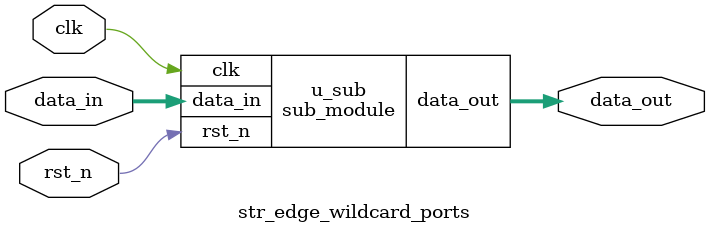
<source format=sv>

module sub_module (
  input wire clk,
  input wire rst_n,
  input wire [7:0] data_in,
  output logic [7:0] data_out
);
  always_ff @(posedge clk or negedge rst_n) begin
    if (!rst_n) data_out <= 8'h00;
    else data_out <= data_in;
  end
endmodule

module str_edge_wildcard_ports (
  input wire clk,
  input wire rst_n,
  input wire [7:0] data_in,
  output logic [7:0] data_out
);

  // Wildcard port connection - connects all matching signal names
  sub_module u_sub (.*);

endmodule


</source>
